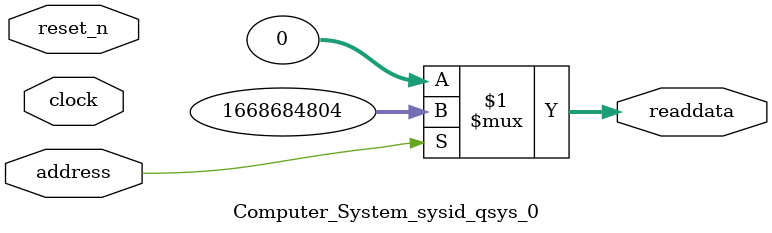
<source format=v>



// synthesis translate_off
`timescale 1ns / 1ps
// synthesis translate_on

// turn off superfluous verilog processor warnings 
// altera message_level Level1 
// altera message_off 10034 10035 10036 10037 10230 10240 10030 

module Computer_System_sysid_qsys_0 (
               // inputs:
                address,
                clock,
                reset_n,

               // outputs:
                readdata
             )
;

  output  [ 31: 0] readdata;
  input            address;
  input            clock;
  input            reset_n;

  wire    [ 31: 0] readdata;
  //control_slave, which is an e_avalon_slave
  assign readdata = address ? 1668684804 : 0;

endmodule



</source>
